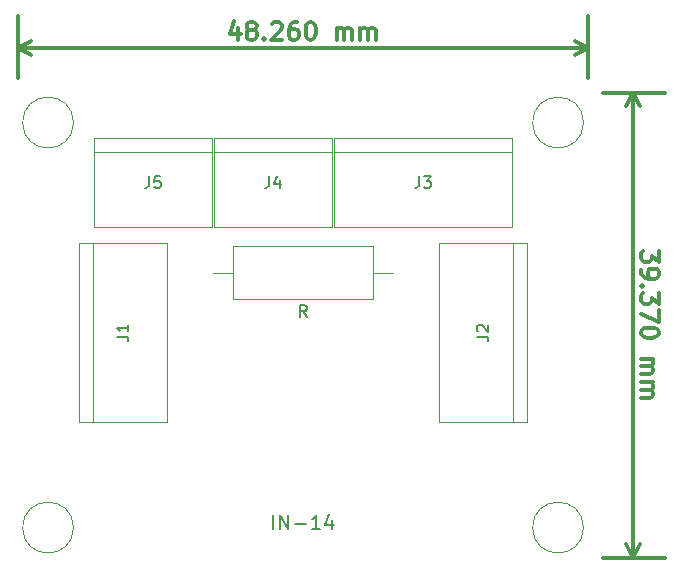
<source format=gbr>
G04 #@! TF.FileFunction,Other,Fab,Top*
%FSLAX46Y46*%
G04 Gerber Fmt 4.6, Leading zero omitted, Abs format (unit mm)*
G04 Created by KiCad (PCBNEW 4.0.7) date Tuesday, March 20, 2018 'PMt' 03:31:39 PM*
%MOMM*%
%LPD*%
G01*
G04 APERTURE LIST*
%ADD10C,0.100000*%
%ADD11C,0.300000*%
%ADD12C,0.150000*%
G04 APERTURE END LIST*
D10*
D11*
X182511429Y-69279287D02*
X182511429Y-70207858D01*
X181940000Y-69707858D01*
X181940000Y-69922144D01*
X181868571Y-70065001D01*
X181797143Y-70136430D01*
X181654286Y-70207858D01*
X181297143Y-70207858D01*
X181154286Y-70136430D01*
X181082857Y-70065001D01*
X181011429Y-69922144D01*
X181011429Y-69493572D01*
X181082857Y-69350715D01*
X181154286Y-69279287D01*
X181011429Y-70922143D02*
X181011429Y-71207858D01*
X181082857Y-71350715D01*
X181154286Y-71422143D01*
X181368571Y-71565001D01*
X181654286Y-71636429D01*
X182225714Y-71636429D01*
X182368571Y-71565001D01*
X182440000Y-71493572D01*
X182511429Y-71350715D01*
X182511429Y-71065001D01*
X182440000Y-70922143D01*
X182368571Y-70850715D01*
X182225714Y-70779286D01*
X181868571Y-70779286D01*
X181725714Y-70850715D01*
X181654286Y-70922143D01*
X181582857Y-71065001D01*
X181582857Y-71350715D01*
X181654286Y-71493572D01*
X181725714Y-71565001D01*
X181868571Y-71636429D01*
X181154286Y-72279286D02*
X181082857Y-72350714D01*
X181011429Y-72279286D01*
X181082857Y-72207857D01*
X181154286Y-72279286D01*
X181011429Y-72279286D01*
X182511429Y-72850715D02*
X182511429Y-73779286D01*
X181940000Y-73279286D01*
X181940000Y-73493572D01*
X181868571Y-73636429D01*
X181797143Y-73707858D01*
X181654286Y-73779286D01*
X181297143Y-73779286D01*
X181154286Y-73707858D01*
X181082857Y-73636429D01*
X181011429Y-73493572D01*
X181011429Y-73065000D01*
X181082857Y-72922143D01*
X181154286Y-72850715D01*
X182511429Y-74279286D02*
X182511429Y-75279286D01*
X181011429Y-74636429D01*
X182511429Y-76136428D02*
X182511429Y-76279285D01*
X182440000Y-76422142D01*
X182368571Y-76493571D01*
X182225714Y-76565000D01*
X181940000Y-76636428D01*
X181582857Y-76636428D01*
X181297143Y-76565000D01*
X181154286Y-76493571D01*
X181082857Y-76422142D01*
X181011429Y-76279285D01*
X181011429Y-76136428D01*
X181082857Y-75993571D01*
X181154286Y-75922142D01*
X181297143Y-75850714D01*
X181582857Y-75779285D01*
X181940000Y-75779285D01*
X182225714Y-75850714D01*
X182368571Y-75922142D01*
X182440000Y-75993571D01*
X182511429Y-76136428D01*
X181011429Y-78422142D02*
X182011429Y-78422142D01*
X181868571Y-78422142D02*
X181940000Y-78493570D01*
X182011429Y-78636428D01*
X182011429Y-78850713D01*
X181940000Y-78993570D01*
X181797143Y-79064999D01*
X181011429Y-79064999D01*
X181797143Y-79064999D02*
X181940000Y-79136428D01*
X182011429Y-79279285D01*
X182011429Y-79493570D01*
X181940000Y-79636428D01*
X181797143Y-79707856D01*
X181011429Y-79707856D01*
X181011429Y-80422142D02*
X182011429Y-80422142D01*
X181868571Y-80422142D02*
X181940000Y-80493570D01*
X182011429Y-80636428D01*
X182011429Y-80850713D01*
X181940000Y-80993570D01*
X181797143Y-81064999D01*
X181011429Y-81064999D01*
X181797143Y-81064999D02*
X181940000Y-81136428D01*
X182011429Y-81279285D01*
X182011429Y-81493570D01*
X181940000Y-81636428D01*
X181797143Y-81707856D01*
X181011429Y-81707856D01*
X180340000Y-55880000D02*
X180340000Y-95250000D01*
X177800000Y-55880000D02*
X183040000Y-55880000D01*
X177800000Y-95250000D02*
X183040000Y-95250000D01*
X180340000Y-95250000D02*
X179753579Y-94123496D01*
X180340000Y-95250000D02*
X180926421Y-94123496D01*
X180340000Y-55880000D02*
X179753579Y-57006504D01*
X180340000Y-55880000D02*
X180926421Y-57006504D01*
X146900001Y-50398572D02*
X146900001Y-51398572D01*
X146542858Y-49827144D02*
X146185715Y-50898572D01*
X147114287Y-50898572D01*
X147900001Y-50541430D02*
X147757143Y-50470001D01*
X147685715Y-50398572D01*
X147614286Y-50255715D01*
X147614286Y-50184287D01*
X147685715Y-50041430D01*
X147757143Y-49970001D01*
X147900001Y-49898572D01*
X148185715Y-49898572D01*
X148328572Y-49970001D01*
X148400001Y-50041430D01*
X148471429Y-50184287D01*
X148471429Y-50255715D01*
X148400001Y-50398572D01*
X148328572Y-50470001D01*
X148185715Y-50541430D01*
X147900001Y-50541430D01*
X147757143Y-50612858D01*
X147685715Y-50684287D01*
X147614286Y-50827144D01*
X147614286Y-51112858D01*
X147685715Y-51255715D01*
X147757143Y-51327144D01*
X147900001Y-51398572D01*
X148185715Y-51398572D01*
X148328572Y-51327144D01*
X148400001Y-51255715D01*
X148471429Y-51112858D01*
X148471429Y-50827144D01*
X148400001Y-50684287D01*
X148328572Y-50612858D01*
X148185715Y-50541430D01*
X149114286Y-51255715D02*
X149185714Y-51327144D01*
X149114286Y-51398572D01*
X149042857Y-51327144D01*
X149114286Y-51255715D01*
X149114286Y-51398572D01*
X149757143Y-50041430D02*
X149828572Y-49970001D01*
X149971429Y-49898572D01*
X150328572Y-49898572D01*
X150471429Y-49970001D01*
X150542858Y-50041430D01*
X150614286Y-50184287D01*
X150614286Y-50327144D01*
X150542858Y-50541430D01*
X149685715Y-51398572D01*
X150614286Y-51398572D01*
X151900000Y-49898572D02*
X151614286Y-49898572D01*
X151471429Y-49970001D01*
X151400000Y-50041430D01*
X151257143Y-50255715D01*
X151185714Y-50541430D01*
X151185714Y-51112858D01*
X151257143Y-51255715D01*
X151328571Y-51327144D01*
X151471429Y-51398572D01*
X151757143Y-51398572D01*
X151900000Y-51327144D01*
X151971429Y-51255715D01*
X152042857Y-51112858D01*
X152042857Y-50755715D01*
X151971429Y-50612858D01*
X151900000Y-50541430D01*
X151757143Y-50470001D01*
X151471429Y-50470001D01*
X151328571Y-50541430D01*
X151257143Y-50612858D01*
X151185714Y-50755715D01*
X152971428Y-49898572D02*
X153114285Y-49898572D01*
X153257142Y-49970001D01*
X153328571Y-50041430D01*
X153400000Y-50184287D01*
X153471428Y-50470001D01*
X153471428Y-50827144D01*
X153400000Y-51112858D01*
X153328571Y-51255715D01*
X153257142Y-51327144D01*
X153114285Y-51398572D01*
X152971428Y-51398572D01*
X152828571Y-51327144D01*
X152757142Y-51255715D01*
X152685714Y-51112858D01*
X152614285Y-50827144D01*
X152614285Y-50470001D01*
X152685714Y-50184287D01*
X152757142Y-50041430D01*
X152828571Y-49970001D01*
X152971428Y-49898572D01*
X155257142Y-51398572D02*
X155257142Y-50398572D01*
X155257142Y-50541430D02*
X155328570Y-50470001D01*
X155471428Y-50398572D01*
X155685713Y-50398572D01*
X155828570Y-50470001D01*
X155899999Y-50612858D01*
X155899999Y-51398572D01*
X155899999Y-50612858D02*
X155971428Y-50470001D01*
X156114285Y-50398572D01*
X156328570Y-50398572D01*
X156471428Y-50470001D01*
X156542856Y-50612858D01*
X156542856Y-51398572D01*
X157257142Y-51398572D02*
X157257142Y-50398572D01*
X157257142Y-50541430D02*
X157328570Y-50470001D01*
X157471428Y-50398572D01*
X157685713Y-50398572D01*
X157828570Y-50470001D01*
X157899999Y-50612858D01*
X157899999Y-51398572D01*
X157899999Y-50612858D02*
X157971428Y-50470001D01*
X158114285Y-50398572D01*
X158328570Y-50398572D01*
X158471428Y-50470001D01*
X158542856Y-50612858D01*
X158542856Y-51398572D01*
X176530000Y-52070001D02*
X128270000Y-52070001D01*
X176530000Y-54610000D02*
X176530000Y-49370001D01*
X128270000Y-54610000D02*
X128270000Y-49370001D01*
X128270000Y-52070001D02*
X129396504Y-51483580D01*
X128270000Y-52070001D02*
X129396504Y-52656422D01*
X176530000Y-52070001D02*
X175403496Y-51483580D01*
X176530000Y-52070001D02*
X175403496Y-52656422D01*
D10*
X132964066Y-58420000D02*
G75*
G03X132964066Y-58420000I-2154066J0D01*
G01*
X132964066Y-92710000D02*
G75*
G03X132964066Y-92710000I-2154066J0D01*
G01*
X176144066Y-92710000D02*
G75*
G03X176144066Y-92710000I-2154066J0D01*
G01*
X134610000Y-68650000D02*
X134610000Y-83750000D01*
X140910000Y-68650000D02*
X140910000Y-83750000D01*
X140910000Y-83750000D02*
X133410000Y-83750000D01*
X133410000Y-83750000D02*
X133410000Y-68650000D01*
X133410000Y-68650000D02*
X140910000Y-68650000D01*
X170190000Y-83750000D02*
X170190000Y-68650000D01*
X163890000Y-83750000D02*
X163890000Y-68650000D01*
X163890000Y-68650000D02*
X171390000Y-68650000D01*
X171390000Y-68650000D02*
X171390000Y-83750000D01*
X171390000Y-83750000D02*
X163890000Y-83750000D01*
X170110000Y-60950000D02*
X155010000Y-60950000D01*
X170110000Y-67250000D02*
X155010000Y-67250000D01*
X155010000Y-67250000D02*
X155010000Y-59750000D01*
X155010000Y-59750000D02*
X170110000Y-59750000D01*
X170110000Y-59750000D02*
X170110000Y-67250000D01*
X154810000Y-60950000D02*
X144910000Y-60950000D01*
X154860000Y-67250000D02*
X154860000Y-59750000D01*
X154860000Y-59750000D02*
X144860000Y-59750000D01*
X144860000Y-59750000D02*
X144860000Y-67250000D01*
X144860000Y-67250000D02*
X154860000Y-67250000D01*
X144650000Y-60950000D02*
X134750000Y-60950000D01*
X144700000Y-67250000D02*
X144700000Y-59750000D01*
X144700000Y-59750000D02*
X134700000Y-59750000D01*
X134700000Y-59750000D02*
X134700000Y-67250000D01*
X134700000Y-67250000D02*
X144700000Y-67250000D01*
X146450000Y-68870000D02*
X146450000Y-73370000D01*
X146450000Y-73370000D02*
X158350000Y-73370000D01*
X158350000Y-73370000D02*
X158350000Y-68870000D01*
X158350000Y-68870000D02*
X146450000Y-68870000D01*
X144780000Y-71120000D02*
X146450000Y-71120000D01*
X160020000Y-71120000D02*
X158350000Y-71120000D01*
X176144066Y-58420000D02*
G75*
G03X176144066Y-58420000I-2154066J0D01*
G01*
D12*
X136612381Y-76533333D02*
X137326667Y-76533333D01*
X137469524Y-76580953D01*
X137564762Y-76676191D01*
X137612381Y-76819048D01*
X137612381Y-76914286D01*
X137612381Y-75533333D02*
X137612381Y-76104762D01*
X137612381Y-75819048D02*
X136612381Y-75819048D01*
X136755238Y-75914286D01*
X136850476Y-76009524D01*
X136898095Y-76104762D01*
X167092381Y-76533333D02*
X167806667Y-76533333D01*
X167949524Y-76580953D01*
X168044762Y-76676191D01*
X168092381Y-76819048D01*
X168092381Y-76914286D01*
X167187619Y-76104762D02*
X167140000Y-76057143D01*
X167092381Y-75961905D01*
X167092381Y-75723809D01*
X167140000Y-75628571D01*
X167187619Y-75580952D01*
X167282857Y-75533333D01*
X167378095Y-75533333D01*
X167520952Y-75580952D01*
X168092381Y-76152381D01*
X168092381Y-75533333D01*
X162226667Y-62952381D02*
X162226667Y-63666667D01*
X162179047Y-63809524D01*
X162083809Y-63904762D01*
X161940952Y-63952381D01*
X161845714Y-63952381D01*
X162607619Y-62952381D02*
X163226667Y-62952381D01*
X162893333Y-63333333D01*
X163036191Y-63333333D01*
X163131429Y-63380952D01*
X163179048Y-63428571D01*
X163226667Y-63523810D01*
X163226667Y-63761905D01*
X163179048Y-63857143D01*
X163131429Y-63904762D01*
X163036191Y-63952381D01*
X162750476Y-63952381D01*
X162655238Y-63904762D01*
X162607619Y-63857143D01*
X149526667Y-62952381D02*
X149526667Y-63666667D01*
X149479047Y-63809524D01*
X149383809Y-63904762D01*
X149240952Y-63952381D01*
X149145714Y-63952381D01*
X150431429Y-63285714D02*
X150431429Y-63952381D01*
X150193333Y-62904762D02*
X149955238Y-63619048D01*
X150574286Y-63619048D01*
X139366667Y-62952381D02*
X139366667Y-63666667D01*
X139319047Y-63809524D01*
X139223809Y-63904762D01*
X139080952Y-63952381D01*
X138985714Y-63952381D01*
X140319048Y-62952381D02*
X139842857Y-62952381D01*
X139795238Y-63428571D01*
X139842857Y-63380952D01*
X139938095Y-63333333D01*
X140176191Y-63333333D01*
X140271429Y-63380952D01*
X140319048Y-63428571D01*
X140366667Y-63523810D01*
X140366667Y-63761905D01*
X140319048Y-63857143D01*
X140271429Y-63904762D01*
X140176191Y-63952381D01*
X139938095Y-63952381D01*
X139842857Y-63904762D01*
X139795238Y-63857143D01*
X149885714Y-92857857D02*
X149885714Y-91657857D01*
X150457143Y-92857857D02*
X150457143Y-91657857D01*
X151142858Y-92857857D01*
X151142858Y-91657857D01*
X151714286Y-92400714D02*
X152628572Y-92400714D01*
X153828572Y-92857857D02*
X153142857Y-92857857D01*
X153485715Y-92857857D02*
X153485715Y-91657857D01*
X153371429Y-91829286D01*
X153257143Y-91943571D01*
X153142857Y-92000714D01*
X154857143Y-92057857D02*
X154857143Y-92857857D01*
X154571429Y-91600714D02*
X154285714Y-92457857D01*
X155028572Y-92457857D01*
X152709524Y-74882381D02*
X152376190Y-74406190D01*
X152138095Y-74882381D02*
X152138095Y-73882381D01*
X152519048Y-73882381D01*
X152614286Y-73930000D01*
X152661905Y-73977619D01*
X152709524Y-74072857D01*
X152709524Y-74215714D01*
X152661905Y-74310952D01*
X152614286Y-74358571D01*
X152519048Y-74406190D01*
X152138095Y-74406190D01*
M02*

</source>
